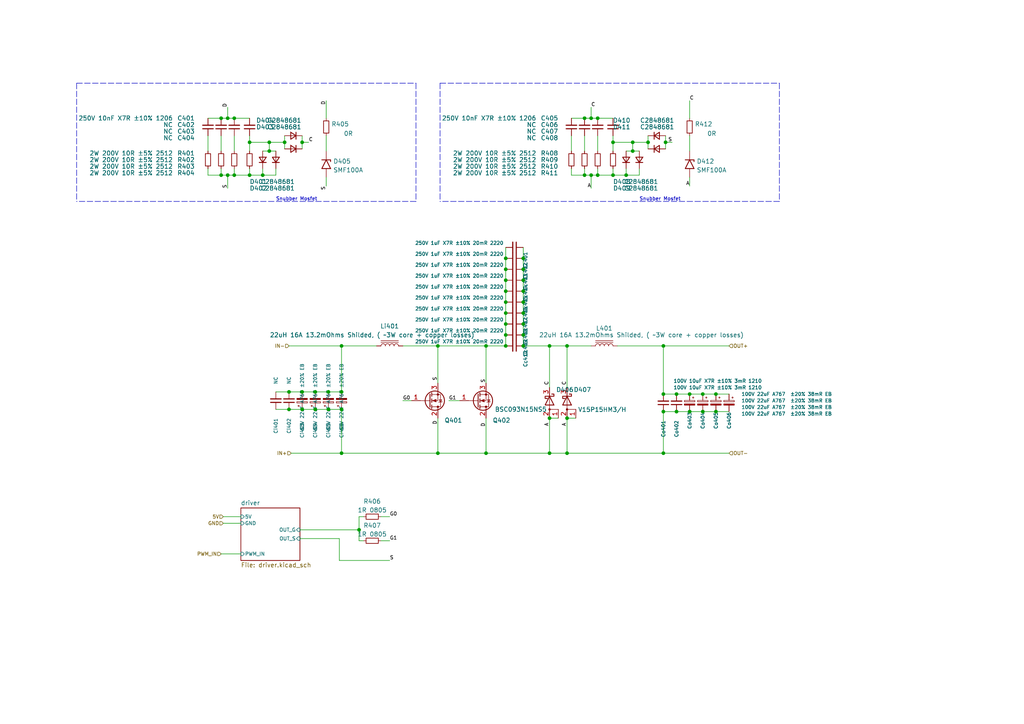
<source format=kicad_sch>
(kicad_sch (version 20211123) (generator eeschema)
  (paper "A4")
  (lib_symbols
    (symbol "Device:C_Polarized_Small" (pin_numbers hide) (pin_names (offset 0.254) hide)
      (property "Reference" "C" (at 0.254 1.778 0))
      (property "Value" "C_Polarized_Small" (at 0.254 -2.032 0))
      (symbol "C_Polarized_Small_0_1"
        (rectangle (start -1.524 -0.3048) (end 1.524 -0.6858) (fill (type outline)))
        (rectangle (start -1.524 0.6858) (end 1.524 0.3048))
        (polyline (pts (xy -1.27 1.524) (xy -0.762 1.524)))
        (polyline (pts (xy -1.016 1.27) (xy -1.016 1.778)))
      )
      (symbol "C_Polarized_Small_1_1"
        (pin passive line (at 0 2.54 270) (length 1.8542) (name "~") (number "1"))
        (pin passive line (at 0 -2.54 90) (length 1.8542) (name "~") (number "2"))
      )
    )
    (symbol "Device:C_Small" (pin_numbers hide) (pin_names (offset 0.254) hide)
      (property "Reference" "C" (at 0.254 1.778 0))
      (property "Value" "C_Small" (at 0.254 -2.032 0))
      (symbol "C_Small_0_1"
        (polyline (pts (xy -1.524 -0.508) (xy 1.524 -0.508)) (stroke (width 0.3302)))
        (polyline (pts (xy -1.524 0.508) (xy 1.524 0.508)) (stroke (width 0.3048)))
      )
      (symbol "C_Small_1_1"
        (pin passive line (at 0 2.54 270) (length 2.032) (name "~") (number "1"))
        (pin passive line (at 0 -2.54 90) (length 2.032) (name "~") (number "2"))
      )
    )
    (symbol "Device:D_Schottky_AAK" (pin_names (offset 0) hide)
      (property "Reference" "D" (at 0 2.54 0))
      (property "Value" "D_Schottky_AAK" (at 0 -2.54 0))
      (symbol "D_Schottky_AAK_0_1"
        (polyline (pts (xy 1.27 1.27) (xy 1.27 -1.27) (xy -1.27 0) (xy 1.27 1.27)) (stroke (width 0.254)))
        (polyline (pts (xy 3.81 2.54) (xy 2.54 2.54) (xy 2.54 0) (xy -1.27 0)))
        (polyline (pts (xy -1.905 0.635) (xy -1.905 1.27) (xy -1.27 1.27) (xy -1.27 -1.27) (xy -0.635 -1.27) (xy -0.635 -0.635)) (stroke (width 0.254)))
        (circle (center 2.54 0) (radius 0.254) (fill (type outline)))
      )
      (symbol "D_Schottky_AAK_1_1"
        (pin passive line (at 5.08 2.54 180) (length 2.54) (name "A") (number "1"))
        (pin passive line (at 5.08 0 180) (length 2.54) (name "A") (number "2"))
        (pin passive line (at -3.81 0 0) (length 2.54) (name "K") (number "3"))
      )
    )
    (symbol "Device:D_Small" (pin_numbers hide) (pin_names (offset 0.254) hide)
      (property "Reference" "D" (at -1.27 2.032 0))
      (property "Value" "D_Small" (at -3.81 -2.032 0))
      (symbol "D_Small_0_1"
        (polyline (pts (xy -0.762 -1.016) (xy -0.762 1.016)) (stroke (width 0.254)))
        (polyline (pts (xy -0.762 0) (xy 0.762 0)))
        (polyline (pts (xy 0.762 -1.016) (xy -0.762 0) (xy 0.762 1.016) (xy 0.762 -1.016)) (stroke (width 0.254)))
      )
      (symbol "D_Small_1_1"
        (pin passive line (at -2.54 0 0) (length 1.778) (name "K") (number "1"))
        (pin passive line (at 2.54 0 180) (length 1.778) (name "A") (number "2"))
      )
    )
    (symbol "Device:L_Iron" (pin_numbers hide) (pin_names (offset 1.016) hide)
      (property "Reference" "L" (at -1.27 0 90))
      (property "Value" "L_Iron" (at 2.794 0 90))
      (symbol "L_Iron_0_1"
        (arc (start 0 -2.54) (mid 0.635 -1.905) (end 0 -1.27))
        (arc (start 0 -1.27) (mid 0.635 -0.635) (end 0 0))
        (polyline (pts (xy 1.016 2.54) (xy 1.016 -2.54)))
        (polyline (pts (xy 1.524 -2.54) (xy 1.524 2.54)))
        (arc (start 0 0) (mid 0.635 0.635) (end 0 1.27))
        (arc (start 0 1.27) (mid 0.635 1.905) (end 0 2.54))
      )
      (symbol "L_Iron_1_1"
        (pin passive line (at 0 3.81 270) (length 1.27) (name "1") (number "1"))
        (pin passive line (at 0 -3.81 90) (length 1.27) (name "2") (number "2"))
      )
    )
    (symbol "Device:Q_NMOS_GDS" (pin_names (offset 0) hide)
      (property "Reference" "Q" (at 5.08 1.27 0))
      (property "Value" "Q_NMOS_GDS" (at 5.08 -1.27 0))
      (symbol "Q_NMOS_GDS_0_1"
        (polyline (pts (xy 0.254 0) (xy -2.54 0)))
        (polyline (pts (xy 0.254 1.905) (xy 0.254 -1.905)) (stroke (width 0.254)))
        (polyline (pts (xy 0.762 -1.27) (xy 0.762 -2.286)) (stroke (width 0.254)))
        (polyline (pts (xy 0.762 0.508) (xy 0.762 -0.508)) (stroke (width 0.254)))
        (polyline (pts (xy 0.762 2.286) (xy 0.762 1.27)) (stroke (width 0.254)))
        (polyline (pts (xy 2.54 2.54) (xy 2.54 1.778)))
        (polyline (pts (xy 2.54 -2.54) (xy 2.54 0) (xy 0.762 0)))
        (polyline (pts (xy 0.762 -1.778) (xy 3.302 -1.778) (xy 3.302 1.778) (xy 0.762 1.778)))
        (polyline (pts (xy 1.016 0) (xy 2.032 0.381) (xy 2.032 -0.381) (xy 1.016 0)) (fill (type outline)))
        (polyline (pts (xy 2.794 0.508) (xy 2.921 0.381) (xy 3.683 0.381) (xy 3.81 0.254)))
        (polyline (pts (xy 3.302 0.381) (xy 2.921 -0.254) (xy 3.683 -0.254) (xy 3.302 0.381)))
        (circle (center 1.651 0) (radius 2.794) (stroke (width 0.254)))
        (circle (center 2.54 -1.778) (radius 0.254) (fill (type outline)))
        (circle (center 2.54 1.778) (radius 0.254) (fill (type outline)))
      )
      (symbol "Q_NMOS_GDS_1_1"
        (pin input line (at -5.08 0 0) (length 2.54) (name "G") (number "1"))
        (pin passive line (at 2.54 5.08 270) (length 2.54) (name "D") (number "2"))
        (pin passive line (at 2.54 -5.08 90) (length 2.54) (name "S") (number "3"))
      )
    )
    (symbol "Device:R_Small" (pin_numbers hide) (pin_names (offset 0.254) hide)
      (property "Reference" "R" (at 0.762 0.508 0))
      (property "Value" "R_Small" (at 0.762 -1.016 0))
      (symbol "R_Small_0_1"
        (rectangle (start -0.762 1.778) (end 0.762 -1.778) (stroke (width 0.2032)))
      )
      (symbol "R_Small_1_1"
        (pin passive line (at 0 2.54 270) (length 0.762) (name "~") (number "1"))
        (pin passive line (at 0 -2.54 90) (length 0.762) (name "~") (number "2"))
      )
    )
    (symbol "Diode:SMF18A" (pin_numbers hide) (pin_names (offset 1.016) hide)
      (property "Reference" "D" (at 0 2.54 0))
      (property "Value" "SMF18A" (at 0 -2.54 0))
      (symbol "SMF18A_0_1"
        (polyline (pts (xy -0.762 1.27) (xy -1.27 1.27) (xy -1.27 -1.27)) (stroke (width 0.254)))
        (polyline (pts (xy 1.27 1.27) (xy 1.27 -1.27) (xy -1.27 0) (xy 1.27 1.27)) (stroke (width 0.254)))
      )
      (symbol "SMF18A_1_1"
        (pin passive line (at -3.81 0 0) (length 2.54) (name "A1") (number "1"))
        (pin passive line (at 3.81 0 180) (length 2.54) (name "A2") (number "2"))
      )
    )
  )
  (junction (at 127 131.445))
  (junction (at 78.105 43.815))
  (junction (at 196.215 114.3))
  (junction (at 78.105 41.275))
  (junction (at 159.385 100.33))
  (junction (at 104.14 153.67))
  (junction (at 83.82 118.745))
  (junction (at 66.04 50.8))
  (junction (at 95.25 118.745))
  (junction (at 207.645 114.3))
  (junction (at 127 100.33))
  (junction (at 146.685 78.105))
  (junction (at 173.355 34.29))
  (junction (at 151.765 97.155))
  (junction (at 140.97 100.33))
  (junction (at 146.685 100.33))
  (junction (at 187.96 41.275))
  (junction (at 91.44 113.665))
  (junction (at 82.55 41.275))
  (junction (at 177.8 41.275))
  (junction (at 203.835 119.38))
  (junction (at 192.405 131.445))
  (junction (at 192.405 114.3))
  (junction (at 95.25 113.665))
  (junction (at 177.8 50.8))
  (junction (at 146.685 97.155))
  (junction (at 207.645 119.38))
  (junction (at 140.97 131.445))
  (junction (at 164.465 131.445))
  (junction (at 146.685 93.98))
  (junction (at 169.545 34.29))
  (junction (at 151.765 93.98))
  (junction (at 200.025 119.38))
  (junction (at 181.61 50.8))
  (junction (at 99.06 100.33))
  (junction (at 91.44 118.745))
  (junction (at 164.465 121.285))
  (junction (at 151.765 74.93))
  (junction (at 151.765 84.455))
  (junction (at 203.835 114.3))
  (junction (at 171.45 50.8))
  (junction (at 192.405 100.33))
  (junction (at 72.39 41.275))
  (junction (at 200.025 114.3))
  (junction (at 169.545 50.8))
  (junction (at 171.45 34.29))
  (junction (at 151.765 90.805))
  (junction (at 173.355 50.8))
  (junction (at 66.04 34.29))
  (junction (at 67.945 34.29))
  (junction (at 146.685 87.63))
  (junction (at 196.215 119.38))
  (junction (at 193.04 41.275))
  (junction (at 146.685 84.455))
  (junction (at 159.385 131.445))
  (junction (at 183.515 43.815))
  (junction (at 64.135 50.8))
  (junction (at 99.06 131.445))
  (junction (at 83.82 113.665))
  (junction (at 146.685 74.93))
  (junction (at 99.06 118.745))
  (junction (at 99.06 113.665))
  (junction (at 146.685 81.28))
  (junction (at 159.385 121.285))
  (junction (at 64.135 34.29))
  (junction (at 72.39 50.8))
  (junction (at 164.465 100.33))
  (junction (at 67.945 50.8))
  (junction (at 151.765 100.33))
  (junction (at 151.765 78.105))
  (junction (at 76.2 50.8))
  (junction (at 146.685 90.805))
  (junction (at 87.63 118.745))
  (junction (at 183.515 41.275))
  (junction (at 87.63 113.665))
  (junction (at 151.765 87.63))
  (junction (at 151.765 81.28))
  (junction (at 87.63 41.275))
  (junction (at 192.405 119.38))
  (wire (pts (xy 177.8 50.8) (xy 181.61 50.8)))
  (wire (pts (xy 181.61 43.815) (xy 183.515 43.815)))
  (wire (pts (xy 78.105 41.275) (xy 82.55 41.275)))
  (wire (pts (xy 99.06 118.745) (xy 99.06 131.445)))
  (wire (pts (xy 200.025 119.38) (xy 203.835 119.38)))
  (wire (pts (xy 87.63 113.665) (xy 91.44 113.665)))
  (wire (pts (xy 140.97 131.445) (xy 159.385 131.445)))
  (wire (pts (xy 83.82 118.745) (xy 87.63 118.745)))
  (polyline (pts (xy 120.65 58.42) (xy 22.225 58.42)))
  (wire (pts (xy 192.405 114.3) (xy 196.215 114.3)))
  (wire (pts (xy 87.63 41.275) (xy 89.535 41.275)))
  (polyline (pts (xy 127.635 24.13) (xy 226.06 24.13)))
  (wire (pts (xy 110.49 156.845) (xy 113.03 156.845)))
  (wire (pts (xy 146.685 90.805) (xy 146.685 93.98)))
  (wire (pts (xy 127 100.33) (xy 140.97 100.33)))
  (wire (pts (xy 72.39 41.275) (xy 78.105 41.275)))
  (wire (pts (xy 159.385 100.33) (xy 164.465 100.33)))
  (wire (pts (xy 60.325 50.8) (xy 60.325 48.895)))
  (wire (pts (xy 173.355 43.815) (xy 173.355 39.37)))
  (wire (pts (xy 116.84 100.33) (xy 127 100.33)))
  (wire (pts (xy 83.82 100.33) (xy 99.06 100.33)))
  (wire (pts (xy 82.55 41.275) (xy 82.55 43.18)))
  (wire (pts (xy 140.97 121.285) (xy 140.97 131.445)))
  (wire (pts (xy 165.735 43.815) (xy 165.735 39.37)))
  (wire (pts (xy 151.765 84.455) (xy 151.765 87.63)))
  (polyline (pts (xy 22.225 24.13) (xy 22.225 58.42)))
  (wire (pts (xy 110.49 149.86) (xy 113.03 149.86)))
  (wire (pts (xy 203.835 114.3) (xy 207.645 114.3)))
  (wire (pts (xy 60.325 43.815) (xy 60.325 39.37)))
  (wire (pts (xy 64.135 50.8) (xy 64.135 48.895)))
  (wire (pts (xy 192.405 100.33) (xy 192.405 114.3)))
  (wire (pts (xy 169.545 50.8) (xy 165.735 50.8)))
  (wire (pts (xy 177.8 50.8) (xy 173.355 50.8)))
  (wire (pts (xy 164.465 131.445) (xy 192.405 131.445)))
  (wire (pts (xy 192.405 131.445) (xy 211.455 131.445)))
  (wire (pts (xy 98.425 156.21) (xy 98.425 162.56)))
  (wire (pts (xy 64.77 149.86) (xy 69.85 149.86)))
  (wire (pts (xy 95.25 113.665) (xy 99.06 113.665)))
  (wire (pts (xy 78.105 41.275) (xy 78.105 43.815)))
  (wire (pts (xy 76.2 48.895) (xy 76.2 50.8)))
  (wire (pts (xy 127 121.285) (xy 127 131.445)))
  (wire (pts (xy 200.025 51.435) (xy 200.025 53.975)))
  (polyline (pts (xy 127.635 24.13) (xy 127.635 58.42)))
  (wire (pts (xy 99.06 100.33) (xy 99.06 113.665)))
  (wire (pts (xy 177.8 34.29) (xy 173.355 34.29)))
  (wire (pts (xy 151.765 74.93) (xy 151.765 78.105)))
  (wire (pts (xy 98.425 162.56) (xy 113.03 162.56)))
  (wire (pts (xy 104.14 149.86) (xy 105.41 149.86)))
  (wire (pts (xy 187.96 39.37) (xy 187.96 41.275)))
  (wire (pts (xy 164.465 121.285) (xy 167.005 121.285)))
  (wire (pts (xy 130.175 116.205) (xy 133.35 116.205)))
  (wire (pts (xy 127 131.445) (xy 140.97 131.445)))
  (wire (pts (xy 196.215 114.3) (xy 200.025 114.3)))
  (wire (pts (xy 151.765 93.98) (xy 151.765 97.155)))
  (wire (pts (xy 171.45 34.29) (xy 169.545 34.29)))
  (wire (pts (xy 200.025 39.37) (xy 200.025 43.815)))
  (wire (pts (xy 116.84 116.205) (xy 119.38 116.205)))
  (wire (pts (xy 164.465 100.33) (xy 171.45 100.33)))
  (wire (pts (xy 193.04 41.275) (xy 194.945 41.275)))
  (wire (pts (xy 183.515 43.815) (xy 185.42 43.815)))
  (wire (pts (xy 200.025 114.3) (xy 203.835 114.3)))
  (wire (pts (xy 104.14 149.86) (xy 104.14 153.67)))
  (wire (pts (xy 200.025 29.21) (xy 200.025 34.29)))
  (wire (pts (xy 177.8 48.895) (xy 177.8 50.8)))
  (wire (pts (xy 173.355 34.29) (xy 171.45 34.29)))
  (wire (pts (xy 159.385 131.445) (xy 164.465 131.445)))
  (wire (pts (xy 146.685 97.155) (xy 146.685 100.33)))
  (wire (pts (xy 94.615 51.435) (xy 94.615 53.975)))
  (wire (pts (xy 94.615 29.21) (xy 94.615 34.29)))
  (wire (pts (xy 72.39 34.29) (xy 67.945 34.29)))
  (wire (pts (xy 151.765 87.63) (xy 151.765 90.805)))
  (polyline (pts (xy 226.06 58.42) (xy 127.635 58.42)))
  (wire (pts (xy 181.61 48.895) (xy 181.61 50.8)))
  (wire (pts (xy 171.45 34.29) (xy 171.45 31.115)))
  (wire (pts (xy 72.39 48.895) (xy 72.39 50.8)))
  (wire (pts (xy 164.465 100.33) (xy 164.465 112.395)))
  (wire (pts (xy 87.63 118.745) (xy 91.44 118.745)))
  (wire (pts (xy 67.945 43.815) (xy 67.945 39.37)))
  (wire (pts (xy 179.07 100.33) (xy 192.405 100.33)))
  (wire (pts (xy 159.385 121.285) (xy 159.385 131.445)))
  (wire (pts (xy 86.995 153.67) (xy 104.14 153.67)))
  (polyline (pts (xy 22.225 24.13) (xy 120.65 24.13)))
  (wire (pts (xy 87.63 39.37) (xy 87.63 41.275)))
  (wire (pts (xy 146.685 81.28) (xy 146.685 84.455)))
  (wire (pts (xy 183.515 41.275) (xy 183.515 43.815)))
  (wire (pts (xy 66.04 34.29) (xy 66.04 31.115)))
  (wire (pts (xy 146.685 78.105) (xy 146.685 81.28)))
  (wire (pts (xy 165.735 50.8) (xy 165.735 48.895)))
  (wire (pts (xy 91.44 113.665) (xy 95.25 113.665)))
  (wire (pts (xy 91.44 118.745) (xy 95.25 118.745)))
  (wire (pts (xy 95.25 118.745) (xy 99.06 118.745)))
  (wire (pts (xy 183.515 41.275) (xy 187.96 41.275)))
  (wire (pts (xy 207.645 114.3) (xy 211.455 114.3)))
  (wire (pts (xy 87.63 41.275) (xy 87.63 43.18)))
  (wire (pts (xy 146.685 87.63) (xy 146.685 90.805)))
  (wire (pts (xy 169.545 34.29) (xy 165.735 34.29)))
  (wire (pts (xy 177.8 41.275) (xy 177.8 39.37)))
  (wire (pts (xy 76.2 43.815) (xy 78.105 43.815)))
  (wire (pts (xy 151.765 90.805) (xy 151.765 93.98)))
  (wire (pts (xy 207.645 119.38) (xy 211.455 119.38)))
  (wire (pts (xy 83.82 113.665) (xy 87.63 113.665)))
  (wire (pts (xy 192.405 119.38) (xy 196.215 119.38)))
  (wire (pts (xy 173.355 50.8) (xy 171.45 50.8)))
  (wire (pts (xy 80.01 118.745) (xy 83.82 118.745)))
  (wire (pts (xy 192.405 119.38) (xy 192.405 131.445)))
  (wire (pts (xy 67.945 50.8) (xy 67.945 48.895)))
  (wire (pts (xy 67.945 50.8) (xy 66.04 50.8)))
  (wire (pts (xy 169.545 50.8) (xy 169.545 48.895)))
  (wire (pts (xy 78.105 43.815) (xy 80.01 43.815)))
  (wire (pts (xy 72.39 41.275) (xy 72.39 39.37)))
  (polyline (pts (xy 226.06 24.13) (xy 226.06 58.42)))
  (wire (pts (xy 146.685 93.98) (xy 146.685 97.155)))
  (wire (pts (xy 72.39 50.8) (xy 67.945 50.8)))
  (wire (pts (xy 94.615 39.37) (xy 94.615 43.815)))
  (wire (pts (xy 140.97 100.33) (xy 146.685 100.33)))
  (wire (pts (xy 64.135 160.655) (xy 69.85 160.655)))
  (wire (pts (xy 196.215 119.38) (xy 200.025 119.38)))
  (wire (pts (xy 76.2 50.8) (xy 80.01 50.8)))
  (wire (pts (xy 99.06 131.445) (xy 127 131.445)))
  (polyline (pts (xy 120.65 24.13) (xy 120.65 58.42)))
  (wire (pts (xy 146.685 71.755) (xy 146.685 74.93)))
  (wire (pts (xy 66.04 50.8) (xy 64.135 50.8)))
  (wire (pts (xy 86.995 156.21) (xy 98.425 156.21)))
  (wire (pts (xy 64.77 151.765) (xy 69.85 151.765)))
  (wire (pts (xy 151.765 97.155) (xy 151.765 100.33)))
  (wire (pts (xy 192.405 100.33) (xy 211.455 100.33)))
  (wire (pts (xy 181.61 50.8) (xy 185.42 50.8)))
  (wire (pts (xy 164.465 121.285) (xy 164.465 131.445)))
  (wire (pts (xy 84.455 131.445) (xy 99.06 131.445)))
  (wire (pts (xy 151.765 78.105) (xy 151.765 81.28)))
  (wire (pts (xy 171.45 50.8) (xy 169.545 50.8)))
  (wire (pts (xy 177.8 43.815) (xy 177.8 41.275)))
  (wire (pts (xy 66.04 54.61) (xy 66.04 50.8)))
  (wire (pts (xy 64.135 34.29) (xy 60.325 34.29)))
  (wire (pts (xy 146.685 74.93) (xy 146.685 78.105)))
  (wire (pts (xy 64.135 43.815) (xy 64.135 39.37)))
  (wire (pts (xy 127 100.33) (xy 127 111.125)))
  (wire (pts (xy 173.355 50.8) (xy 173.355 48.895)))
  (wire (pts (xy 72.39 43.815) (xy 72.39 41.275)))
  (wire (pts (xy 64.135 50.8) (xy 60.325 50.8)))
  (wire (pts (xy 193.04 41.275) (xy 193.04 43.18)))
  (wire (pts (xy 193.04 39.37) (xy 193.04 41.275)))
  (wire (pts (xy 80.01 50.8) (xy 80.01 48.895)))
  (wire (pts (xy 187.96 41.275) (xy 187.96 43.18)))
  (wire (pts (xy 151.765 81.28) (xy 151.765 84.455)))
  (wire (pts (xy 140.97 100.33) (xy 140.97 111.125)))
  (wire (pts (xy 171.45 54.61) (xy 171.45 50.8)))
  (wire (pts (xy 99.06 100.33) (xy 109.22 100.33)))
  (wire (pts (xy 72.39 50.8) (xy 76.2 50.8)))
  (wire (pts (xy 159.385 121.285) (xy 161.925 121.285)))
  (wire (pts (xy 169.545 43.815) (xy 169.545 39.37)))
  (wire (pts (xy 80.01 113.665) (xy 83.82 113.665)))
  (wire (pts (xy 146.685 84.455) (xy 146.685 87.63)))
  (wire (pts (xy 104.14 153.67) (xy 104.14 156.845)))
  (wire (pts (xy 151.765 71.755) (xy 151.765 74.93)))
  (wire (pts (xy 203.835 119.38) (xy 207.645 119.38)))
  (wire (pts (xy 185.42 50.8) (xy 185.42 48.895)))
  (wire (pts (xy 159.385 100.33) (xy 159.385 112.395)))
  (wire (pts (xy 82.55 39.37) (xy 82.55 41.275)))
  (wire (pts (xy 67.945 34.29) (xy 66.04 34.29)))
  (wire (pts (xy 151.765 100.33) (xy 159.385 100.33)))
  (wire (pts (xy 66.04 34.29) (xy 64.135 34.29)))
  (wire (pts (xy 177.8 41.275) (xy 183.515 41.275)))
  (wire (pts (xy 104.14 156.845) (xy 105.41 156.845)))
  (text "Snubber Mosfet" (at 80.01 58.42 0) (effects (font (size 1.016 1.016)) (justify left bottom)))
  (text "Snubber Mosfet" (at 185.42 58.42 0) (effects (font (size 1.016 1.016)) (justify left bottom)))
  (label "D" (at 94.615 29.21 270) (effects (font (size 1.016 1.016))))
  (label "S" (at 66.04 54.61 90) (effects (font (size 1.016 1.016))))
  (label "D" (at 140.97 122.555 270) (effects (font (size 1.016 1.016))))
  (label "C" (at 164.465 110.49 270) (effects (font (size 1.016 1.016))))
  (label "A" (at 200.025 53.975 180) (effects (font (size 1.016 1.016))))
  (label "S" (at 127 109.22 270) (effects (font (size 1.016 1.016))))
  (label "A" (at 159.385 122.555 270) (effects (font (size 1.016 1.016))))
  (label "A" (at 171.45 54.61 180) (effects (font (size 1.016 1.016))))
  (label "S" (at 94.615 53.975 270) (effects (font (size 1.016 1.016))))
  (label "A" (at 164.465 122.555 270) (effects (font (size 1.016 1.016))))
  (label "C" (at 159.385 110.49 270) (effects (font (size 1.016 1.016))))
  (label "D" (at 66.04 31.115 90) (effects (font (size 1.016 1.016))))
  (label "C" (at 200.025 29.21 0) (effects (font (size 1.016 1.016))))
  (label "G1" (at 130.175 116.205 0) (effects (font (size 1.016 1.016))))
  (label "C" (at 171.45 31.115 0) (effects (font (size 1.016 1.016))))
  (label "S" (at 194.945 41.275 180) (effects (font (size 1.016 1.016))))
  (label "G0" (at 116.84 116.205 0) (effects (font (size 1.016 1.016))))
  (label "G1" (at 113.03 156.845 0) (effects (font (size 1.016 1.016))))
  (label "D" (at 127 121.92 270) (effects (font (size 1.016 1.016))))
  (label "C" (at 89.535 41.275 0) (effects (font (size 1.016 1.016))))
  (label "S" (at 140.97 109.855 270) (effects (font (size 1.016 1.016))))
  (label "S" (at 113.03 162.56 0) (effects (font (size 1.016 1.016))))
  (label "G0" (at 113.03 149.86 0) (effects (font (size 1.016 1.016))))
  (hierarchical_label "OUT+" (shape input) (at 211.455 100.33 0) (effects (font (size 1.016 1.016))))
  (hierarchical_label "PWM_IN" (shape input) (at 64.135 160.655 180) (effects (font (size 1.016 1.016))))
  (hierarchical_label "GND" (shape input) (at 64.77 151.765 180) (effects (font (size 1.016 1.016))))
  (hierarchical_label "IN+" (shape input) (at 84.455 131.445 180) (effects (font (size 1.016 1.016))))
  (hierarchical_label "OUT-" (shape input) (at 211.455 131.445 0) (effects (font (size 1.016 1.016))))
  (hierarchical_label "IN-" (shape input) (at 83.82 100.33 180) (effects (font (size 1.016 1.016))))
  (hierarchical_label "5V" (shape input) (at 64.77 149.86 180) (effects (font (size 1.016 1.016))))
  (symbol (lib_id "Device:C_Small") (at 196.215 116.84 180) (unit 1)
    (property "Reference" "Co402" (at 196.215 121.92 90) (effects (font (size 1 1)) (justify left)))
    (property "Value" "100V 10uF X7R ±10% 3mR 1210" (at 220.98 112.395 0) (effects (font (size 1 1)) (justify left)))
    (property "Datasheet" "https://www.mouser.com/ProductDetail/Murata-Electronics/GRM32EC72A106KE05L?qs=5aG0NVq1C4yOgpL0%2FICNsw%3D%3D" (effects hide))
  )
  (symbol (lib_id "Device:R_Small") (at 200.025 36.83 0) (unit 1)
    (property "Reference" "R412" (at 201.5236 35.9953 0) (effects (justify left)))
    (property "Value" "0R" (at 205.105 38.735 0) (effects (justify left)))
  )
  (symbol (lib_id "Device:R_Small") (at 64.135 46.355 180) (unit 1)
    (property "Reference" "R402" (at 56.515 46.355 0) (effects (justify left)))
    (property "Value" "2W 200V 10R ±5% 2512" (at 50.165 46.355 0) (effects (justify left)))
  )
  (symbol (lib_id "Device:C_Polarized_Small") (at 87.63 116.205 0) (mirror x) (unit 1)
    (property "Reference" "Ci403" (at 87.63 122.555 90) (effects (font (size 1 1)) (justify left)))
    (property "Value" "63V 22uF A767 ±20% EB" (at 87.63 105.41 90) (effects (font (size 1 1)) (justify left)))
    (property "Datasheet" "https://br.mouser.com/ProductDetail/KEMET/A767KN226M1JLAE045?qs=sGAEpiMZZMvwFf0viD3Y3fHxNcSaiftw%2FcBj11vSJ3%252BTG9WPMar19A%3D%3D" (effects hide))
  )
  (symbol (lib_id "Device:C_Small") (at 149.225 74.93 270) (unit 1)
    (property "Reference" "Cc402" (at 152.4 76.2 0) (effects (font (size 1 1)) (justify left)))
    (property "Value" "250V 1uF X7R ±10% 20mR 2220" (at 146.05 73.66 90) (effects (font (size 1 1)) (justify right)))
    (property "Datasheet" "https://www.mouser.com/ProductDetail/TDK/C5750X7R2E105K230KA?qs=NRhsANhppD%2F6cSBFzJrsCg%3D%3D" (effects hide))
  )
  (symbol (lib_id "Device:C_Small") (at 80.01 116.205 180) (unit 1)
    (property "Reference" "Ci401" (at 80.01 121.285 90) (effects (font (size 1 1)) (justify left)))
    (property "Value" "NC" (at 80.01 109.22 90) (effects (font (size 1 1)) (justify left)))
  )
  (symbol (lib_id "Device:D_Small") (at 85.09 39.37 180) (unit 1)
    (property "Reference" "D403" (at 74.295 36.83 0) (effects (justify right)))
    (property "Value" "C2848681" (at 77.47 34.925 0) (effects (justify right)))
    (property "Datasheet" "https://lcsc.com/product-detail/Schottky-Barrier-Diodes-SBD_GOODWORK-SS115_C2848681.html" (effects hide))
  )
  (symbol (lib_id "Device:C_Small") (at 173.355 36.83 180) (unit 1)
    (property "Reference" "C407" (at 161.925 38.1 0) (effects (justify left)))
    (property "Value" "NC" (at 155.575 38.1 0) (effects (justify left)))
  )
  (symbol (lib_id "Device:D_Small") (at 80.01 46.355 90) (unit 1)
    (property "Reference" "D402" (at 72.39 54.61 90) (effects (justify right)))
    (property "Value" "C2848681" (at 75.565 54.61 90) (effects (justify right)))
    (property "Datasheet" "https://lcsc.com/product-detail/Schottky-Barrier-Diodes-SBD_GOODWORK-SS115_C2848681.html" (effects hide))
  )
  (symbol (lib_id "Device:C_Polarized_Small") (at 99.06 116.205 0) (mirror x) (unit 1)
    (property "Reference" "Ci406" (at 99.06 122.555 90) (effects (font (size 1 1)) (justify left)))
    (property "Value" "63V 22uF A767 ±20% EB" (at 99.06 105.41 90) (effects (font (size 1 1)) (justify left)))
    (property "Datasheet" "https://br.mouser.com/ProductDetail/KEMET/A767KN226M1JLAE045?qs=sGAEpiMZZMvwFf0viD3Y3fHxNcSaiftw%2FcBj11vSJ3%252BTG9WPMar19A%3D%3D" (effects hide))
  )
  (symbol (lib_id "Device:D_Schottky_AAK") (at 159.385 116.205 270) (unit 1)
    (property "Reference" "D406" (at 161.29 113.03 90) (effects (justify left)))
    (property "Value" "V15P15HM3/H" (effects hide))
    (property "Footprint" "Package_TO_SOT_SMD:TO-277A" (effects hide))
  )
  (symbol (lib_id "Device:Q_NMOS_GDS") (at 124.46 116.205 0) (mirror x) (unit 1)
    (property "Reference" "Q401" (at 128.905 121.92 0) (effects (justify left)))
    (property "Value" "BSC093N15NS5" (effects hide))
    (property "Footprint" "Zenite:PG-TDSON-8-FL" (effects hide))
    (property "Datasheet" "https://www.lcsc.com/product-detail/MOSFET_Infineon-Technologies-BSC093N15NS5_C454270.html" (effects hide))
  )
  (symbol (lib_id "Device:C_Small") (at 83.82 116.205 0) (mirror x) (unit 1)
    (property "Reference" "Ci402" (at 83.82 121.285 90) (effects (font (size 1 1)) (justify left)))
    (property "Value" "NC" (at 83.82 109.22 90) (effects (font (size 1 1)) (justify left)))
  )
  (symbol (lib_id "Device:R_Small") (at 165.735 46.355 180) (unit 1)
    (property "Reference" "R408" (at 161.925 44.45 0) (effects (justify left)))
    (property "Value" "2W 200V 10R ±5% 2512" (at 155.575 44.45 0) (effects (justify left)))
  )
  (symbol (lib_id "Device:C_Small") (at 60.325 36.83 180) (unit 1)
    (property "Reference" "C401" (at 56.515 34.29 0) (effects (justify left)))
    (property "Value" "250V 10nF X7R ±10% 1206" (at 50.165 34.29 0) (effects (justify left)))
    (property "Datasheet" "https://lcsc.com/product-detail/Multilayer-Ceramic-Capacitors-MLCC-SMD-SMT_CCTC-TCC1206X7R103K251DT_C344175.html" (effects hide))
  )
  (symbol (lib_id "Device:C_Small") (at 149.225 71.755 270) (unit 1)
    (property "Reference" "Cc401" (at 152.4 73.025 0) (effects (font (size 1 1)) (justify left)))
    (property "Value" "250V 1uF X7R ±10% 20mR 2220" (at 146.05 70.485 90) (effects (font (size 1 1)) (justify right)))
    (property "Datasheet" "https://www.mouser.com/ProductDetail/TDK/C5750X7R2E105K230KA?qs=NRhsANhppD%2F6cSBFzJrsCg%3D%3D" (effects hide))
  )
  (symbol (lib_id "Device:R_Small") (at 107.95 149.86 90) (unit 1)
    (property "Reference" "R406" (at 107.95 145.4236 90))
    (property "Value" "1R 0805" (at 107.95 147.9605 90))
  )
  (symbol (lib_id "Device:D_Small") (at 185.42 46.355 90) (unit 1)
    (property "Reference" "D409" (at 177.8 54.61 90) (effects (justify right)))
    (property "Value" "C2848681" (at 180.975 54.61 90) (effects (justify right)))
    (property "Datasheet" "https://lcsc.com/product-detail/Schottky-Barrier-Diodes-SBD_GOODWORK-SS115_C2848681.html" (effects hide))
  )
  (symbol (lib_id "Device:C_Small") (at 149.225 81.28 270) (unit 1)
    (property "Reference" "Cc404" (at 152.4 82.55 0) (effects (font (size 1 1)) (justify left)))
    (property "Value" "250V 1uF X7R ±10% 20mR 2220" (at 146.05 80.01 90) (effects (font (size 1 1)) (justify right)))
    (property "Datasheet" "https://www.mouser.com/ProductDetail/TDK/C5750X7R2E105K230KA?qs=NRhsANhppD%2F6cSBFzJrsCg%3D%3D" (effects hide))
  )
  (symbol (lib_id "Device:C_Polarized_Small") (at 91.44 116.205 0) (mirror x) (unit 1)
    (property "Reference" "Ci404" (at 91.44 122.555 90) (effects (font (size 1 1)) (justify left)))
    (property "Value" "63V 22uF A767 ±20% EB" (at 91.44 105.41 90) (effects (font (size 1 1)) (justify left)))
    (property "Datasheet" "https://br.mouser.com/ProductDetail/KEMET/A767KN226M1JLAE045?qs=sGAEpiMZZMvwFf0viD3Y3fHxNcSaiftw%2FcBj11vSJ3%252BTG9WPMar19A%3D%3D" (effects hide))
  )
  (symbol (lib_id "Diode:SMF18A") (at 200.025 47.625 270) (unit 1)
    (property "Reference" "D412" (at 202.057 46.7903 90) (effects (justify left)))
    (property "Value" "SMF100A" (at 202.057 49.3272 90) (effects (justify left)))
    (property "Footprint" "Diode_SMD:D_SOD-123F" (effects hide))
    (property "Datasheet" "https://datasheet.lcsc.com/lcsc/2104161903_Shandong-Jingdao-Microelectronics-SMF100A_C169441.pdf" (effects hide))
  )
  (symbol (lib_id "Device:R_Small") (at 60.325 46.355 180) (unit 1)
    (property "Reference" "R401" (at 56.515 44.45 0) (effects (justify left)))
    (property "Value" "2W 200V 10R ±5% 2512" (at 50.165 44.45 0) (effects (justify left)))
  )
  (symbol (lib_id "Device:R_Small") (at 72.39 46.355 180) (unit 1)
    (property "Reference" "R404" (at 56.515 50.165 0) (effects (justify left)))
    (property "Value" "2W 200V 10R ±5% 2512" (at 50.165 50.165 0) (effects (justify left)))
  )
  (symbol (lib_id "Device:C_Small") (at 192.405 116.84 180) (unit 1)
    (property "Reference" "Co401" (at 192.405 121.92 90) (effects (font (size 1 1)) (justify left)))
    (property "Value" "100V 10uF X7R ±10% 3mR 1210" (at 220.98 110.49 0) (effects (font (size 1 1)) (justify left)))
    (property "Datasheet" "https://www.mouser.com/ProductDetail/Murata-Electronics/GRM32EC72A106KE05L?qs=5aG0NVq1C4yOgpL0%2FICNsw%3D%3D" (effects hide))
  )
  (symbol (lib_id "Device:R_Small") (at 107.95 156.845 90) (unit 1)
    (property "Reference" "R407" (at 107.95 152.4086 90))
    (property "Value" "1R 0805" (at 107.95 154.9455 90))
  )
  (symbol (lib_id "Device:C_Polarized_Small") (at 203.835 116.84 0) (mirror y) (unit 1)
    (property "Reference" "Co404" (at 203.835 124.46 90) (effects (font (size 1 1)) (justify left)))
    (property "Value" "100V 22uF A767  ±20% 38mR EB" (at 241.3 116.205 0) (effects (font (size 1 1)) (justify left)))
    (property "Datasheet" "https://www.mouser.com/ProductDetail/KEMET/A767MU226M2ALAE038?qs=sGAEpiMZZMvwFf0viD3Y3fHxNcSaiftw8CAvhLAxH1ed3pPhhTd8fA%3D%3D" (effects hide))
  )
  (symbol (lib_id "Device:C_Polarized_Small") (at 95.25 116.205 0) (mirror x) (unit 1)
    (property "Reference" "Ci405" (at 95.25 122.555 90) (effects (font (size 1 1)) (justify left)))
    (property "Value" "63V 22uF A767 ±20% EB" (at 95.25 105.41 90) (effects (font (size 1 1)) (justify left)))
    (property "Datasheet" "https://br.mouser.com/ProductDetail/KEMET/A767KN226M1JLAE045?qs=sGAEpiMZZMvwFf0viD3Y3fHxNcSaiftw%2FcBj11vSJ3%252BTG9WPMar19A%3D%3D" (effects hide))
  )
  (symbol (lib_id "Device:C_Small") (at 149.225 84.455 270) (unit 1)
    (property "Reference" "Cc405" (at 152.4 85.725 0) (effects (font (size 1 1)) (justify left)))
    (property "Value" "250V 1uF X7R ±10% 20mR 2220" (at 146.05 83.185 90) (effects (font (size 1 1)) (justify right)))
    (property "Datasheet" "https://www.mouser.com/ProductDetail/TDK/C5750X7R2E105K230KA?qs=NRhsANhppD%2F6cSBFzJrsCg%3D%3D" (effects hide))
  )
  (symbol (lib_id "Device:C_Small") (at 169.545 36.83 180) (unit 1)
    (property "Reference" "C406" (at 161.925 36.195 0) (effects (justify left)))
    (property "Value" "NC" (at 155.575 36.195 0) (effects (justify left)))
  )
  (symbol (lib_id "Device:C_Polarized_Small") (at 211.455 116.84 0) (mirror y) (unit 1)
    (property "Reference" "Co406" (at 211.455 124.46 90) (effects (font (size 1 1)) (justify left)))
    (property "Value" "100V 22uF A767  ±20% 38mR EB" (at 241.3 120.015 0) (effects (font (size 1 1)) (justify left)))
    (property "Datasheet" "https://www.mouser.com/ProductDetail/KEMET/A767MU226M2ALAE038?qs=sGAEpiMZZMvwFf0viD3Y3fHxNcSaiftw8CAvhLAxH1ed3pPhhTd8fA%3D%3D" (effects hide))
  )
  (symbol (lib_id "Device:L_Iron") (at 175.26 100.33 90) (unit 1)
    (property "Reference" "L401" (at 175.26 95.2332 90))
    (property "Value" "22uH 16A 13.2mOhms Shilded, ( ~3W core + copper losses)" (at 186.055 97.155 90))
    (property "Datasheet" "https://www.mouser.com/ProductDetail/Pulse-Electronics/PM2247.223NLT?qs=82jvyl5dHWf8jOyKJoUhpg%3D%3D" (effects hide))
  )
  (symbol (lib_id "Device:C_Small") (at 165.735 36.83 180) (unit 1)
    (property "Reference" "C405" (at 161.925 34.29 0) (effects (justify left)))
    (property "Value" "250V 10nF X7R ±10% 1206" (at 155.575 34.29 0) (effects (justify left)))
    (property "Datasheet" "https://lcsc.com/product-detail/Multilayer-Ceramic-Capacitors-MLCC-SMD-SMT_CCTC-TCC1206X7R103K251DT_C344175.html" (effects hide))
  )
  (symbol (lib_id "Device:L_Iron") (at 113.03 100.33 270) (mirror x) (unit 1)
    (property "Reference" "Li401" (at 113.03 94.615 90))
    (property "Value" "22uH 16A 13.2mOhms Shilded, ( ~3W core + copper losses)" (at 107.95 97.155 90))
    (property "Datasheet" "https://www.mouser.com/ProductDetail/Pulse-Electronics/PM2247.223NLT?qs=82jvyl5dHWf8jOyKJoUhpg%3D%3D" (effects hide))
  )
  (symbol (lib_id "Device:C_Small") (at 177.8 36.83 180) (unit 1)
    (property "Reference" "C408" (at 161.925 40.005 0) (effects (justify left)))
    (property "Value" "NC" (at 155.575 40.005 0) (effects (justify left)))
  )
  (symbol (lib_id "Device:D_Small") (at 76.2 46.355 90) (unit 1)
    (property "Reference" "D401" (at 72.39 52.705 90) (effects (justify right)))
    (property "Value" "C2848681" (at 75.565 52.705 90) (effects (justify right)))
    (property "Datasheet" "https://lcsc.com/product-detail/Schottky-Barrier-Diodes-SBD_GOODWORK-SS115_C2848681.html" (effects hide))
  )
  (symbol (lib_id "Device:C_Small") (at 67.945 36.83 180) (unit 1)
    (property "Reference" "C403" (at 56.515 38.1 0) (effects (justify left)))
    (property "Value" "NC" (at 50.165 38.1 0) (effects (justify left)))
  )
  (symbol (lib_id "Device:D_Small") (at 190.5 43.18 0) (unit 1)
    (property "Reference" "D411" (at 182.88 36.83 0) (effects (justify right)))
    (property "Value" "C2848681" (at 195.58 36.83 0) (effects (justify right)))
    (property "Datasheet" "https://lcsc.com/product-detail/Schottky-Barrier-Diodes-SBD_GOODWORK-SS115_C2848681.html" (effects hide))
  )
  (symbol (lib_id "Device:R_Small") (at 67.945 46.355 180) (unit 1)
    (property "Reference" "R403" (at 56.515 48.26 0) (effects (justify left)))
    (property "Value" "2W 200V 10R ±5% 2512" (at 50.165 48.26 0) (effects (justify left)))
  )
  (symbol (lib_id "Device:D_Small") (at 85.09 43.18 180) (unit 1)
    (property "Reference" "D404" (at 74.295 34.925 0) (effects (justify right)))
    (property "Value" "C2848681" (at 77.47 36.83 0) (effects (justify right)))
    (property "Datasheet" "https://lcsc.com/product-detail/Schottky-Barrier-Diodes-SBD_GOODWORK-SS115_C2848681.html" (effects hide))
  )
  (symbol (lib_id "Device:C_Small") (at 149.225 90.805 270) (unit 1)
    (property "Reference" "Cc407" (at 152.4 92.075 0) (effects (font (size 1 1)) (justify left)))
    (property "Value" "250V 1uF X7R ±10% 20mR 2220" (at 146.05 89.535 90) (effects (font (size 1 1)) (justify right)))
    (property "Datasheet" "https://www.mouser.com/ProductDetail/TDK/C5750X7R2E105K230KA?qs=NRhsANhppD%2F6cSBFzJrsCg%3D%3D" (effects hide))
  )
  (symbol (lib_id "Device:Q_NMOS_GDS") (at 138.43 116.205 0) (mirror x) (unit 1)
    (property "Reference" "Q402" (at 142.875 121.92 0) (effects (justify left)))
    (property "Value" "BSC093N15NS5" (at 143.51 118.745 0) (effects (justify left)))
    (property "Footprint" "Zenite:PG-TDSON-8-FL" (effects hide))
    (property "Datasheet" "https://www.lcsc.com/product-detail/MOSFET_Infineon-Technologies-BSC093N15NS5_C454270.html" (effects hide))
  )
  (symbol (lib_id "Device:R_Small") (at 169.545 46.355 180) (unit 1)
    (property "Reference" "R409" (at 161.925 46.355 0) (effects (justify left)))
    (property "Value" "2W 200V 10R ±5% 2512" (at 155.575 46.355 0) (effects (justify left)))
  )
  (symbol (lib_id "Device:R_Small") (at 177.8 46.355 180) (unit 1)
    (property "Reference" "R411" (at 161.925 50.165 0) (effects (justify left)))
    (property "Value" "2W 200V 10R ±5% 2512" (at 155.575 50.165 0) (effects (justify left)))
  )
  (symbol (lib_id "Diode:SMF18A") (at 94.615 47.625 270) (unit 1)
    (property "Reference" "D405" (at 96.647 46.7903 90) (effects (justify left)))
    (property "Value" "SMF100A" (at 96.647 49.3272 90) (effects (justify left)))
    (property "Footprint" "Diode_SMD:D_SOD-123F" (effects hide))
    (property "Datasheet" "https://datasheet.lcsc.com/lcsc/2104161903_Shandong-Jingdao-Microelectronics-SMF100A_C169441.pdf" (effects hide))
  )
  (symbol (lib_id "Device:C_Small") (at 64.135 36.83 180) (unit 1)
    (property "Reference" "C402" (at 56.515 36.195 0) (effects (justify left)))
    (property "Value" "NC" (at 50.165 36.195 0) (effects (justify left)))
  )
  (symbol (lib_id "Device:C_Small") (at 72.39 36.83 180) (unit 1)
    (property "Reference" "C404" (at 56.515 40.005 0) (effects (justify left)))
    (property "Value" "NC" (at 50.165 40.005 0) (effects (justify left)))
  )
  (symbol (lib_id "Device:C_Small") (at 149.225 100.33 270) (unit 1)
    (property "Reference" "Cc410" (at 152.4 101.6 0) (effects (font (size 1 1)) (justify left)))
    (property "Value" "250V 1uF X7R ±10% 20mR 2220" (at 146.05 99.06 90) (effects (font (size 1 1)) (justify right)))
    (property "Datasheet" "https://www.mouser.com/ProductDetail/TDK/C5750X7R2E105K230KA?qs=NRhsANhppD%2F6cSBFzJrsCg%3D%3D" (effects hide))
  )
  (symbol (lib_id "Device:C_Polarized_Small") (at 200.025 116.84 0) (mirror y) (unit 1)
    (property "Reference" "Co403" (at 200.025 124.46 90) (effects (font (size 1 1)) (justify left)))
    (property "Value" "100V 22uF A767  ±20% 38mR EB" (at 241.3 114.3 0) (effects (font (size 1 1)) (justify left)))
    (property "Datasheet" "https://www.mouser.com/ProductDetail/KEMET/A767MU226M2ALAE038?qs=sGAEpiMZZMvwFf0viD3Y3fHxNcSaiftw8CAvhLAxH1ed3pPhhTd8fA%3D%3D" (effects hide))
  )
  (symbol (lib_id "Device:C_Small") (at 149.225 78.105 270) (unit 1)
    (property "Reference" "Cc403" (at 152.4 79.375 0) (effects (font (size 1 1)) (justify left)))
    (property "Value" "250V 1uF X7R ±10% 20mR 2220" (at 146.05 76.835 90) (effects (font (size 1 1)) (justify right)))
    (property "Datasheet" "https://www.mouser.com/ProductDetail/TDK/C5750X7R2E105K230KA?qs=NRhsANhppD%2F6cSBFzJrsCg%3D%3D" (effects hide))
  )
  (symbol (lib_id "Device:C_Polarized_Small") (at 207.645 116.84 0) (mirror y) (unit 1)
    (property "Reference" "Co405" (at 207.645 124.46 90) (effects (font (size 1 1)) (justify left)))
    (property "Value" "100V 22uF A767  ±20% 38mR EB" (at 241.3 118.11 0) (effects (font (size 1 1)) (justify left)))
    (property "Datasheet" "https://www.mouser.com/ProductDetail/KEMET/A767MU226M2ALAE038?qs=sGAEpiMZZMvwFf0viD3Y3fHxNcSaiftw8CAvhLAxH1ed3pPhhTd8fA%3D%3D" (effects hide))
  )
  (symbol (lib_id "Device:R_Small") (at 173.355 46.355 180) (unit 1)
    (property "Reference" "R410" (at 161.925 48.26 0) (effects (justify left)))
    (property "Value" "2W 200V 10R ±5% 2512" (at 155.575 48.26 0) (effects (justify left)))
  )
  (symbol (lib_id "Device:R_Small") (at 94.615 36.83 0) (unit 1)
    (property "Reference" "R405" (at 96.1136 35.9953 0) (effects (justify left)))
    (property "Value" "0R" (at 99.695 38.735 0) (effects (justify left)))
  )
  (symbol (lib_id "Device:D_Small") (at 190.5 39.37 0) (unit 1)
    (property "Reference" "D410" (at 182.88 34.925 0) (effects (justify right)))
    (property "Value" "C2848681" (at 195.58 34.925 0) (effects (justify right)))
    (property "Datasheet" "https://lcsc.com/product-detail/Schottky-Barrier-Diodes-SBD_GOODWORK-SS115_C2848681.html" (effects hide))
  )
  (symbol (lib_id "Device:D_Small") (at 181.61 46.355 90) (unit 1)
    (property "Reference" "D408" (at 177.8 52.705 90) (effects (justify right)))
    (property "Value" "C2848681" (at 180.975 52.705 90) (effects (justify right)))
    (property "Datasheet" "https://lcsc.com/product-detail/Schottky-Barrier-Diodes-SBD_GOODWORK-SS115_C2848681.html" (effects hide))
  )
  (symbol (lib_id "Device:C_Small") (at 149.225 87.63 270) (unit 1)
    (property "Reference" "Cc406" (at 152.4 88.9 0) (effects (font (size 1 1)) (justify left)))
    (property "Value" "250V 1uF X7R ±10% 20mR 2220" (at 146.05 86.36 90) (effects (font (size 1 1)) (justify right)))
    (property "Datasheet" "https://www.mouser.com/ProductDetail/TDK/C5750X7R2E105K230KA?qs=NRhsANhppD%2F6cSBFzJrsCg%3D%3D" (effects hide))
  )
  (symbol (lib_id "Device:D_Schottky_AAK") (at 164.465 116.205 270) (unit 1)
    (property "Reference" "D407" (at 166.37 113.03 90) (effects (justify left)))
    (property "Value" "V15P15HM3/H" (at 167.64 118.7962 90) (effects (justify left)))
    (property "Footprint" "Package_TO_SOT_SMD:TO-277A" (effects hide))
  )
  (symbol (lib_id "Device:C_Small") (at 149.225 93.98 270) (unit 1)
    (property "Reference" "Cc408" (at 152.4 95.25 0) (effects (font (size 1 1)) (justify left)))
    (property "Value" "250V 1uF X7R ±10% 20mR 2220" (at 146.05 92.71 90) (effects (font (size 1 1)) (justify right)))
    (property "Datasheet" "https://www.mouser.com/ProductDetail/TDK/C5750X7R2E105K230KA?qs=NRhsANhppD%2F6cSBFzJrsCg%3D%3D" (effects hide))
  )
  (symbol (lib_id "Device:C_Small") (at 149.225 97.155 270) (unit 1)
    (property "Reference" "Cc409" (at 152.4 98.425 0) (effects (font (size 1 1)) (justify left)))
    (property "Value" "250V 1uF X7R ±10% 20mR 2220" (at 146.05 95.885 90) (effects (font (size 1 1)) (justify right)))
    (property "Datasheet" "https://www.mouser.com/ProductDetail/TDK/C5750X7R2E105K230KA?qs=NRhsANhppD%2F6cSBFzJrsCg%3D%3D" (effects hide))
  )
  (sheet (at 69.85 147.32) (size 17.145 15.24) (stroke (width 0.1524))
    (property "Sheet name" "driver" (at 69.85 146.6084 0) (effects (justify left bottom)))
    (property "Sheet file" "driver.kicad_sch" (at 69.85 163.1446 0) (effects (justify left top)))
    (pin "5V" input (at 69.85 149.86 180) (effects (font (size 1.016 1.016))))
    (pin "GND" input (at 69.85 151.765 180) (effects (font (size 1.016 1.016))))
    (pin "PWM_IN" input (at 69.85 160.655 180) (effects (font (size 1.016 1.016))))
    (pin "OUT_G" input (at 86.995 153.67 0) (effects (font (size 1.016 1.016))))
    (pin "OUT_S" input (at 86.995 156.21 0) (effects (font (size 1.016 1.016))))
  )
)
</source>
